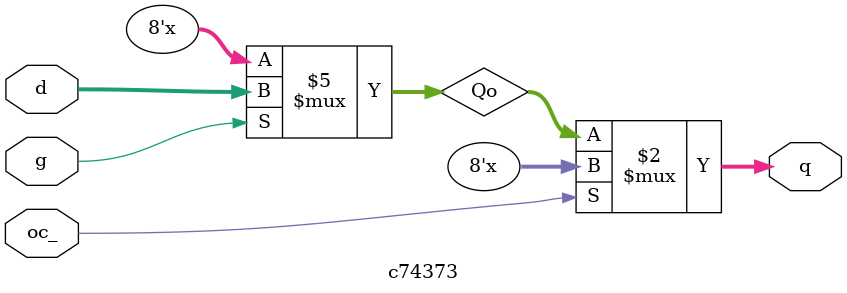
<source format=v>
`timescale 1ns / 1ps

//
// Copyright (c) 2015, 2017, 2022  Thomas Skibo. <ThomasSkibo@yahoo.com>
//
// Redistribution and use in source and binary forms, with or without
// modification, are permitted provided that the following conditions
// are met:
// 1. Redistributions of source code must retain the above copyright
//    notice, this list of conditions and the following disclaimer.
// 2. Redistributions in binary form must reproduce the above copyright
//    notice, this list of conditions and the following disclaimer in the
//    documentation and/or other materials provided with the distribution.
//
// THIS SOFTWARE IS PROVIDED BY AUTHOR AND CONTRIBUTORS ``AS IS'' AND
// ANY EXPRESS OR IMPLIED WARRANTIES, INCLUDING, BUT NOT LIMITED TO, THE
// IMPLIED WARRANTIES OF MERCHANTABILITY AND FITNESS FOR A PARTICULAR PURPOSE
// ARE DISCLAIMED.  IN NO EVENT SHALL AUTHOR OR CONTRIBUTORS BE LIABLE
// FOR ANY DIRECT, INDIRECT, INCIDENTAL, SPECIAL, EXEMPLARY, OR CONSEQUENTIAL
// DAMAGES (INCLUDING, BUT NOT LIMITED TO, PROCUREMENT OF SUBSTITUTE GOODS
// OR SERVICES; LOSS OF USE, DATA, OR PROFITS; OR BUSINESS INTERRUPTION)
// HOWEVER CAUSED AND ON ANY THEORY OF LIABILITY, WHETHER IN CONTRACT, STRICT
// LIABILITY, OR TORT (INCLUDING NEGLIGENCE OR OTHERWISE) ARISING IN ANY WAY
// OUT OF THE USE OF THIS SOFTWARE, EVEN IF ADVISED OF THE POSSIBILITY OF
// SUCH DAMAGE.
//

// Half a 74107
module jk(output reg q,
          output q_,
          input  j,
          input  k,
          input  c_,
          input  clk);

    initial
        q = 0;

    always @(negedge c_)
        q <= 1'b0;

    always @(negedge clk)
        if (c_)
            case ({j,k})
                2'b00: ;
                2'b01: q <= 0;
                2'b10: q <= 1'b1;
                2'b11: q <= ~q;
            endcase

    assign q_ = ~q;
endmodule

// 7493 4-bit binary counters
module c7493(output reg qa, // pin 12
             output reg qb, // pin 9
             output reg qc, // pin 8
             output reg qd, // pin 11
             input r01,     // pin 2
             input r02,     // pin 3
             input cka,     // pin 14
             input ckb);    // pin 1

    initial begin
        qa = 0;
        qb = 0;
        qc = 0;
        qd = 0;
    end

    always @(*)
        if (r01 && r02)
            {qd, qc, qb, qa} = 4'b0000;

    always @(negedge cka)
        if (!r01 || !r02)
            qa <= ~qa;

    always @(negedge ckb)
        if (!r01 || !r02)
            {qd, qc, qb} <= {qd, qc, qb} + 1'b1;

endmodule // c7493

// 74100 latches
module l74100(output reg q1,
              output reg q2,
              output reg q3,
              output reg q4,
              output reg q5,
              output reg q6,
              output reg q7,
              output reg q8,
              input      d1,
              input      d2,
              input      d3,
              input      d4,
              input      d5,
              input      d6,
              input      d7,
              input      d8,
              input      g1,
              input      g2);

    initial begin
        q1 = 1'b0;
        q2 = 1'b0;
        q3 = 1'b0;
        q4 = 1'b0;
        q5 = 1'b0;
        q6 = 1'b0;
        q7 = 1'b0;
        q8 = 1'b0;
    end

    always @(*)
        if (g1)
            {q4, q3, q2, q1} = {d4, d3, d2, d1};

    always @(*)
        if (g2)
            {q8, q7, q6, q5} = {d8, d7, d6, d5};

endmodule // l74100

// 74177 presettable decade and binary counters/latches
module c74177(output reg qa,    // pin 5
              output reg qb,    // pin 9
              output reg qc,    // pin 2
              output reg qd,    // pin 12
              input      a,     // pin 4
              input      b,     // pin 10
              input      c,     // pin 3
              input      d,     // pin 11
              input      load_, // pin 1
              input      clr_,  // pin 13
              input      clk1,  // pin 8
              input      clk2); // pin 6

    initial begin
        qa = 1'b0;
        qb = 1'b0;
        qc = 1'b0;
        qd = 1'b0;
    end

    always @(negedge load_)
        if (!load_ && clr_)
            {qa, qb, qc, qd} <= {a, b, c, d};

    always @(negedge clr_)
        if (!clr_)
            {qa, qb, qc, qd} <= 4'b0000;

    always @(negedge clk1)
        if (load_ && clr_)
            qa <= ~qa;

    always @(negedge clk2)
        if (load_ && clr_)
            {qd, qc, qb} <= {qd, qc, qb} + 1'b1;

endmodule // c74177

// Half a 7474 D-type flip flop
module h7474(output reg q,
             output q_,
             input d,
             input pre_,
             input clr_,
             input clk);

    always @(negedge pre_ or negedge clr_ or posedge clk)
        if (!pre_ && !clr_)
            q <= 1'bX;
        else if (!pre_)
            q <= 1'b1;
        else if (!clr_)
            q <= 1'b0;
        else
            q <= d;

    assign q_ = ~q;

endmodule // h7474

// Character ROM (not including chip selects 1-5).
module c6540(output reg [7:0]   D,
             input [10:0]       A,
             input              clk);

    reg [7:0]   mem[2047:0];
    initial $readmemh("charrom.mem", mem);

    always @(posedge clk)
        D <= mem[A];

endmodule // c6540

// Character ROM (not including chip selects 1-3).
module c6316(output reg [7:0]   D,
             input [10:0] A);

    reg [7:0]   mem[2047:0];
    initial $readmemh("charrom.mem", mem);

    always @(A)
        D = mem[A];

endmodule // c316

// 74157 quad 2-line to 1-line data selectors/multiplexors.
module c74157(output [3:0] Y,
              input [3:0] A,
              input [3:0] B,
              input       S,
              input       G_);

    assign Y = (A & {4{!S && !G_}}) | (B & {4{S && !G_}});

endmodule // c74157

// 74164 8-bit shift register.
module c74164(input 	       a,
              input            b,
              output reg [7:0] Q, // HGFEDCBA on data sheet
              input            clk,
              input            cl_);

    always @(cl_)
        if (!cl_)
            Q = 8'd0;

    always @(posedge clk)
        Q <= { Q[6:0], a && b };

endmodule // c74164

// 74165 8-bit shift register.
module c74165(output      q,
              output      q_,
              input [7:0] D, // HGFEDCBA on data sheet
              input       ld_,
              input       clk_inh,
              input       ser,
              input       clk);

    reg [7:0]   sr;

    always @(negedge ld_ or D)
        if (!ld_)
            sr <= D;

    always @(posedge clk)
        if (ld_ && !clk_inh)
            sr <= {sr[6:0], ser};

    assign q = sr[7];
    assign q_ = ~sr[7];

endmodule // c74165

// Half a 74LS244 octal 3-state buffer
module h74244(output [3:0] Y,
              input [3:0]  A,
              input        G_);
    assign Y = G_ ? 4'bZZZZ : A;
endmodule // h74244

// 6550 * 2, Video RAMs
module c6550s(output [7:0] DB,
              input [9:0]  A,
              input        RW,
              input        clk);

    reg [7:0]   mem[1023:0];

    always @(posedge clk)
        if (!RW)
            mem[A] <= DB;

    assign DB = RW ? mem[A] : 8'hZZ;

endmodule // c6550s

// 6114 1Kx4 RAM
module c6114(output [3:0] D,
             input [9:0] A,
             input RW_,
             input CS_
          );

    reg [3:0]      mem[1023:0];

    always @(*)
        if (!CS_ && !RW_)
            mem[A] <= D;

    assign D = (!CS_ && RW_) ? mem[A] : 8'hZZ;

endmodule // c6114


// 74191 4-bit up/down counter
module c74191(input en_,
              input dnup,
              input a,
              input b,
              input c,
              input d,
              input ld_,
              input clk,
              output reg qa,
              output reg qb,
              output reg qc,
              output reg qd,
              output rc, // XXX: unimplemented
              output maxmin // XXX: unimplemented
              );

    initial
        {qd, qc, qb, qa} = 4'b0000;

    always @(ld_)
        if (!ld_)
            {qd, qc, qb, qa} = {d, c, b, a};

    always @(posedge clk)
        if (!en_) begin
            if (!dnup)
                {qd, qc, qb, qa} <= {qd, qc, qb, qa} + 1'b1;
            else
                {qd, qc, qb, qa} <= {qd, qc, qb, qa} - 1'b1;
        end

endmodule // c74191

module c74373(output [7:0] q,
              input [7:0] d,
              input       oc_,
              input       g);

    reg [7:0]             Qo;
    initial Qo = 8'd0;

    always @(*)
        if (g)
            Qo = d;

    assign q = oc_ ? 8'hZZ : Qo;

endmodule // 74373

</source>
